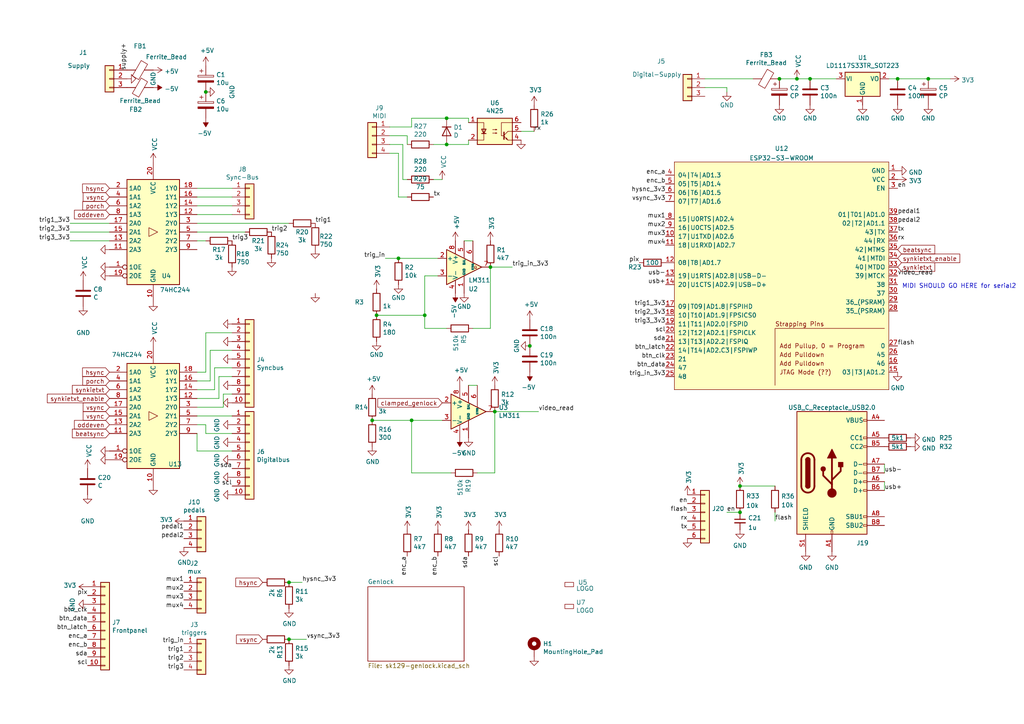
<source format=kicad_sch>
(kicad_sch (version 20211123) (generator eeschema)
  (paper "A4")
  (junction (at 83.82 168.91))
  (junction (at 142.24 77.47))
  (junction (at 119.38 121.92))
  (junction (at 123.19 91.44))
  (junction (at 231.14 22.86))
  (junction (at 129.54 41.91))
  (junction (at 214.63 140.97))
  (junction (at 260.35 22.86))
  (junction (at 269.24 22.86))
  (junction (at 83.82 185.42))
  (junction (at 214.63 148.59))
  (junction (at 109.22 91.44))
  (junction (at 234.95 22.86))
  (junction (at 143.51 119.38))
  (junction (at 153.67 100.33))
  (junction (at 129.54 34.29))
  (junction (at 115.57 74.93))
  (junction (at 107.95 121.92))
  (junction (at 59.69 26.67))
  (junction (at 226.06 22.86))
  (wire (pts (xy 67.31 57.15) (xy 57.15 57.15)))
  (wire (pts (xy 134.62 69.85) (xy 137.16 69.85)))
  (wire (pts (xy 143.51 137.16) (xy 143.51 119.38)))
  (wire (pts (xy 113.03 36.83) (xy 119.38 36.83)))
  (wire (pts (xy 20.32 67.31) (xy 31.75 67.31)))
  (wire (pts (xy 256.54 134.62) (xy 256.54 137.16)))
  (wire (pts (xy 63.5 109.22) (xy 63.5 115.57)))
  (wire (pts (xy 123.19 91.44) (xy 123.19 80.01)))
  (wire (pts (xy 57.15 69.85) (xy 59.69 69.85)))
  (wire (pts (xy 59.69 107.95) (xy 57.15 107.95)))
  (wire (pts (xy 67.31 54.61) (xy 57.15 54.61)))
  (wire (pts (xy 138.43 111.76) (xy 135.89 111.76)))
  (wire (pts (xy 57.15 125.73) (xy 57.15 130.81)))
  (wire (pts (xy 83.82 168.91) (xy 87.63 168.91)))
  (wire (pts (xy 88.9 185.42) (xy 83.82 185.42)))
  (wire (pts (xy 59.69 123.19) (xy 57.15 123.19)))
  (wire (pts (xy 129.54 34.29) (xy 135.89 34.29)))
  (wire (pts (xy 129.54 41.91) (xy 135.89 41.91)))
  (wire (pts (xy 67.31 101.6) (xy 60.96 101.6)))
  (wire (pts (xy 123.19 80.01) (xy 127 80.01)))
  (wire (pts (xy 62.23 106.68) (xy 62.23 113.03)))
  (wire (pts (xy 115.57 74.93) (xy 111.76 74.93)))
  (wire (pts (xy 57.15 120.65) (xy 67.31 120.65)))
  (wire (pts (xy 60.96 101.6) (xy 60.96 110.49)))
  (wire (pts (xy 143.51 119.38) (xy 156.21 119.38)))
  (wire (pts (xy 127 74.93) (xy 115.57 74.93)))
  (wire (pts (xy 57.15 67.31) (xy 71.12 67.31)))
  (wire (pts (xy 119.38 121.92) (xy 107.95 121.92)))
  (wire (pts (xy 135.89 41.91) (xy 135.89 40.64)))
  (wire (pts (xy 137.16 95.25) (xy 142.24 95.25)))
  (wire (pts (xy 67.31 59.69) (xy 57.15 59.69)))
  (wire (pts (xy 113.03 39.37) (xy 118.11 39.37)))
  (wire (pts (xy 118.11 39.37) (xy 118.11 41.91)))
  (wire (pts (xy 214.63 140.97) (xy 224.79 140.97)))
  (wire (pts (xy 116.84 52.07) (xy 118.11 52.07)))
  (wire (pts (xy 63.5 115.57) (xy 57.15 115.57)))
  (wire (pts (xy 57.15 130.81) (xy 67.31 130.81)))
  (wire (pts (xy 210.82 25.4) (xy 210.82 26.67)))
  (wire (pts (xy 204.47 25.4) (xy 210.82 25.4)))
  (wire (pts (xy 142.24 95.25) (xy 142.24 77.47)))
  (wire (pts (xy 275.59 22.86) (xy 269.24 22.86)))
  (wire (pts (xy 115.57 57.15) (xy 115.57 44.45)))
  (wire (pts (xy 125.73 52.07) (xy 128.27 52.07)))
  (wire (pts (xy 204.47 22.86) (xy 218.44 22.86)))
  (wire (pts (xy 234.95 22.86) (xy 231.14 22.86)))
  (wire (pts (xy 119.38 34.29) (xy 129.54 34.29)))
  (wire (pts (xy 135.89 34.29) (xy 135.89 35.56)))
  (wire (pts (xy 67.31 109.22) (xy 63.5 109.22)))
  (wire (pts (xy 242.57 22.86) (xy 234.95 22.86)))
  (wire (pts (xy 59.69 96.52) (xy 59.69 107.95)))
  (wire (pts (xy 138.43 137.16) (xy 143.51 137.16)))
  (wire (pts (xy 256.54 139.7) (xy 256.54 142.24)))
  (wire (pts (xy 64.77 118.11) (xy 57.15 118.11)))
  (wire (pts (xy -375.92 139.7) (xy -375.92 -246.38)))
  (wire (pts (xy 130.81 137.16) (xy 119.38 137.16)))
  (wire (pts (xy 148.59 77.47) (xy 142.24 77.47)))
  (wire (pts (xy 123.19 95.25) (xy 129.54 95.25)))
  (wire (pts (xy 224.79 148.59) (xy 224.79 151.13)))
  (wire (pts (xy 269.24 22.86) (xy 260.35 22.86)))
  (wire (pts (xy 57.15 64.77) (xy 83.82 64.77)))
  (wire (pts (xy 113.03 41.91) (xy 116.84 41.91)))
  (wire (pts (xy 113.03 44.45) (xy 115.57 44.45)))
  (wire (pts (xy 119.38 36.83) (xy 119.38 34.29)))
  (wire (pts (xy 118.11 57.15) (xy 115.57 57.15)))
  (wire (pts (xy 119.38 137.16) (xy 119.38 121.92)))
  (wire (pts (xy 210.82 148.59) (xy 214.63 148.59)))
  (wire (pts (xy 20.32 69.85) (xy 31.75 69.85)))
  (wire (pts (xy 231.14 22.86) (xy 226.06 22.86)))
  (wire (pts (xy 151.13 38.1) (xy 154.94 38.1)))
  (wire (pts (xy 59.69 123.19) (xy 59.69 125.73)))
  (wire (pts (xy 67.31 106.68) (xy 62.23 106.68)))
  (wire (pts (xy 67.31 62.23) (xy 57.15 62.23)))
  (wire (pts (xy 67.31 114.3) (xy 64.77 114.3)))
  (wire (pts (xy 67.31 96.52) (xy 59.69 96.52)))
  (wire (pts (xy 125.73 41.91) (xy 129.54 41.91)))
  (wire (pts (xy 128.27 121.92) (xy 119.38 121.92)))
  (wire (pts (xy 60.96 110.49) (xy 57.15 110.49)))
  (wire (pts (xy 123.19 91.44) (xy 123.19 95.25)))
  (wire (pts (xy -375.92 -246.38) (xy -337.82 -246.38)))
  (wire (pts (xy 116.84 41.91) (xy 116.84 52.07)))
  (wire (pts (xy 64.77 114.3) (xy 64.77 118.11)))
  (wire (pts (xy 59.69 125.73) (xy 67.31 125.73)))
  (wire (pts (xy 260.35 22.86) (xy 257.81 22.86)))
  (wire (pts (xy 20.32 64.77) (xy 31.75 64.77)))
  (wire (pts (xy 62.23 113.03) (xy 57.15 113.03)))
  (wire (pts (xy 109.22 91.44) (xy 123.19 91.44)))
  (text "MIDI SHOULD GO HERE for serial2\n" (at 261.62 83.82 0) (effects (font (size 1.27 1.27)) (justify left bottom)))
  (label "mux3" (at 53.34 173.99 180))
  (label "enc_b" (at 193.04 53.34 180))
  (label "rx" (at 199.39 151.13 180))
  (label "enc_a" (at 118.11 161.29 270))
  (label "sda" (at 67.31 135.89 180))
  (label "trig_in_3v3" (at 148.59 77.47 0))
  (label "mux4" (at 53.34 176.53 180))
  (label "video_read" (at 260.35 80.01 0))
  (label "mux3" (at 193.04 68.58 180))
  (label "mux4" (at 193.04 71.12 180))
  (label "usb-" (at 193.04 80.01 180))
  (label "tx" (at 260.35 67.31 0))
  (label "tx" (at 199.39 153.67 180))
  (label "sda" (at 25.4 190.5 180))
  (label "rx" (at 260.35 69.85 0))
  (label "supply+" (at 36.83 20.32 90))
  (label "btn_data" (at 193.04 106.68 180))
  (label "trig_in_3v3" (at 193.04 109.22 180))
  (label "pedal2" (at 53.34 156.21 180))
  (label "usb+" (at 256.54 142.24 0))
  (label "trig1_3v3" (at 193.04 88.9 180))
  (label "trig1" (at 53.34 189.23 180))
  (label "en" (at 210.82 148.59 0))
  (label "scl" (at 67.31 140.97 180))
  (label "flash" (at 260.35 100.33 0))
  (label "mux2" (at 193.04 66.04 180))
  (label "trig2_3v3" (at 20.32 67.31 180))
  (label "trig_in" (at 53.34 186.69 180))
  (label "sda" (at 135.89 161.29 270))
  (label "usb+" (at 193.04 82.55 180))
  (label "scl" (at 25.4 193.04 180))
  (label "pedal1" (at 260.35 62.23 0))
  (label "btn_clk" (at 25.4 177.8 180))
  (label "vsync_3v3" (at 88.9 185.42 0))
  (label "hysnc_3v3" (at 193.04 55.88 180))
  (label "btn_clk" (at 193.04 104.14 180))
  (label "trig3_3v3" (at 193.04 93.98 180))
  (label "enc_b" (at 127 161.29 270))
  (label "btn_data" (at 25.4 180.34 180))
  (label "pix" (at 185.42 76.2 180))
  (label "trig3" (at 67.31 69.85 0))
  (label "mux1" (at 53.34 168.91 180))
  (label "trig2" (at 78.74 67.31 0))
  (label "flash" (at 199.39 148.59 180))
  (label "pedal2" (at 260.35 64.77 0))
  (label "mux1" (at 193.04 63.5 180))
  (label "vsync_3v3" (at 193.04 58.42 180))
  (label "enc_a" (at 193.04 50.8 180))
  (label "pix" (at 25.4 172.72 180))
  (label "trig1_3v3" (at 20.32 64.77 180))
  (label "video_read" (at 156.21 119.38 0))
  (label "enc_b" (at 25.4 187.96 180))
  (label "tx" (at 125.73 57.15 0))
  (label "trig1" (at 91.44 64.77 0))
  (label "flash" (at 224.79 151.13 0))
  (label "trig3_3v3" (at 20.32 69.85 180))
  (label "btn_latch" (at 193.04 101.6 180))
  (label "sda" (at 193.04 99.06 180))
  (label "pedal1" (at 53.34 153.67 180))
  (label "hysnc_3v3" (at 87.63 168.91 0))
  (label "btn_latch" (at 25.4 182.88 180))
  (label "mux2" (at 53.34 171.45 180))
  (label "trig_in" (at 111.76 74.93 180))
  (label "rx" (at 154.94 38.1 0))
  (label "trig2" (at 53.34 191.77 180))
  (label "trig2_3v3" (at 193.04 91.44 180))
  (label "en" (at 260.35 54.61 0))
  (label "en" (at 199.39 146.05 180))
  (label "scl" (at 144.78 161.29 270))
  (label "usb-" (at 256.54 137.16 0))
  (label "scl" (at 193.04 96.52 180))
  (label "trig3" (at 53.34 194.31 180))
  (label "enc_a" (at 25.4 185.42 180))
  (global_label "vsync" (shape input) (at 76.2 185.42 180) (property "Intersheet References" "${INTERSHEET_REFS}" (effects hide)))
  (global_label "synkietxt" (shape input) (at 31.75 113.03 180) (property "Intersheet References" "${INTERSHEET_REFS}" (effects hide)))
  (global_label "porch" (shape input) (at 31.75 110.49 180) (property "Intersheet References" "${INTERSHEET_REFS}" (effects hide)))
  (global_label "oddeven" (shape input) (at 31.75 62.23 180) (property "Intersheet References" "${INTERSHEET_REFS}" (effects hide)))
  (global_label "hsync" (shape input) (at 31.75 107.95 180) (property "Intersheet References" "${INTERSHEET_REFS}" (effects hide)))
  (global_label "oddeven" (shape input) (at 31.75 123.19 180) (property "Intersheet References" "${INTERSHEET_REFS}" (effects hide)))
  (global_label "synkietxt_enable" (shape input) (at 31.75 115.57 180) (property "Intersheet References" "${INTERSHEET_REFS}" (effects hide)))
  (global_label "hsync" (shape input) (at 31.75 54.61 180) (property "Intersheet References" "${INTERSHEET_REFS}" (effects hide)))
  (global_label "synkietxt" (shape input) (at 260.35 77.47 0) (property "Intersheet References" "${INTERSHEET_REFS}" (effects hide)))
  (global_label "beatsync" (shape input) (at 31.75 125.73 180) (property "Intersheet References" "${INTERSHEET_REFS}" (effects hide)))
  (global_label "beatsync" (shape input) (at 260.35 72.39 0) (property "Intersheet References" "${INTERSHEET_REFS}" (effects hide)))
  (global_label "vsync" (shape input) (at 31.75 118.11 180) (property "Intersheet References" "${INTERSHEET_REFS}" (effects hide)))
  (global_label "hsync" (shape input) (at 76.2 168.91 180) (property "Intersheet References" "${INTERSHEET_REFS}" (effects hide)))
  (global_label "porch" (shape input) (at 31.75 59.69 180) (property "Intersheet References" "${INTERSHEET_REFS}" (effects hide)))
  (global_label "clamped_genlock" (shape input) (at 128.27 116.84 180) (property "Intersheet References" "${INTERSHEET_REFS}" (effects hide)))
  (global_label "synkietxt_enable" (shape input) (at 260.35 74.93 0) (property "Intersheet References" "${INTERSHEET_REFS}" (effects hide)))
  (global_label "vsync" (shape input) (at 31.75 120.65 180) (property "Intersheet References" "${INTERSHEET_REFS}" (effects hide)))
  (global_label "vsync" (shape input) (at 31.75 57.15 180) (property "Intersheet References" "${INTERSHEET_REFS}" (effects hide)))
  (symbol (lib_id "Mechanical:MountingHole_Pad") (at 154.94 187.96 0) (unit 1)
    (property "Reference" "H1" (at 157.48 186.7154 0) (effects (justify left)))
    (property "Value" "MountingHole_Pad" (at 157.48 189.0268 0) (effects (justify left)))
    (property "Footprint" "MountingHole:MountingHole_2.7mm_M2.5_ISO7380_Pad" (effects hide))
  )
  (symbol (lib_id "synkie_symbols:GND") (at 154.94 190.5 0) (unit 1)
    (property "Reference" "#PWR054" (effects hide))
    (property "Value" "GND" (effects hide))
  )
  (symbol (lib_id "Connector_Generic:Conn_01x04") (at 72.39 57.15 0) (unit 1)
    (property "Reference" "J8" (at 70.3072 49.0982 0))
    (property "Value" "Sync-Bus" (at 70.3072 51.4096 0))
    (property "Footprint" "synkie_footprints:Molex_KK-254_AE-6410-04A_1x04_P2.54mm_Vertical" (effects hide))
  )
  (symbol (lib_id "Connector_Generic:Conn_01x10") (at 72.39 130.81 0) (unit 1)
    (property "Reference" "J6" (at 74.422 131.0132 0) (effects (justify left)))
    (property "Value" "Digitalbus" (at 74.422 133.3246 0) (effects (justify left)))
    (property "Footprint" "synkie_footprints:IDC-Header_2x05_P2.54mm_Vertical" (effects hide))
  )
  (symbol (lib_id "power:GND") (at 67.31 123.19 270) (unit 1)
    (property "Reference" "#PWR038" (effects hide))
    (property "Value" "GND" (at 62.9158 123.317 0))
  )
  (symbol (lib_id "power:GND") (at 67.31 128.27 270) (unit 1)
    (property "Reference" "#PWR040" (effects hide))
    (property "Value" "GND" (at 62.9158 128.397 0))
  )
  (symbol (lib_id "power:GND") (at 67.31 133.35 270) (unit 1)
    (property "Reference" "#PWR041" (effects hide))
    (property "Value" "GND" (at 62.9158 133.477 0))
  )
  (symbol (lib_id "power:GND") (at 67.31 138.43 270) (unit 1)
    (property "Reference" "#PWR042" (effects hide))
    (property "Value" "GND" (at 62.9158 138.557 0))
  )
  (symbol (lib_id "power:GND") (at 67.31 143.51 270) (unit 1)
    (property "Reference" "#PWR046" (effects hide))
    (property "Value" "GND" (at 62.9158 143.637 0))
  )
  (symbol (lib_id "Connector_Generic:Conn_01x03") (at 31.75 22.86 0) (mirror y) (unit 1)
    (property "Reference" "J1" (at 24.13 15.24 0))
    (property "Value" "Supply" (at 22.86 19.05 0))
    (property "Footprint" "synkie_footprints:Molex_KK-254_AE-6410-03A_1x03_P2.54mm_Vertical" (effects hide))
  )
  (symbol (lib_id "Device:Ferrite_Bead") (at 40.64 20.32 90) (unit 1)
    (property "Reference" "FB1" (at 40.64 13.3604 90))
    (property "Value" "Ferrite_Bead" (at 48.26 16.51 90))
    (property "Footprint" "synkie_footprints:L_0805_2012Metric_Pad1.15x1.40mm_HandSolder" (effects hide))
  )
  (symbol (lib_id "Device:Ferrite_Bead") (at 40.64 25.4 90) (unit 1)
    (property "Reference" "FB2" (at 39.37 31.75 90))
    (property "Value" "Ferrite_Bead" (at 40.64 29.21 90))
    (property "Footprint" "synkie_footprints:L_0805_2012Metric_Pad1.15x1.40mm_HandSolder" (effects hide))
  )
  (symbol (lib_id "power:GND") (at 36.83 22.86 90) (unit 1)
    (property "Reference" "#PWR03" (effects hide))
    (property "Value" "GND" (at 44.45 22.86 0))
  )
  (symbol (lib_id "power:+5V") (at 44.45 20.32 270) (unit 1)
    (property "Reference" "#PWR01" (effects hide))
    (property "Value" "+5V" (at 47.7012 20.701 90) (effects (justify left)))
  )
  (symbol (lib_id "power:-5V") (at 44.45 25.4 270) (unit 1)
    (property "Reference" "#PWR06" (effects hide))
    (property "Value" "-5V" (at 47.7012 25.781 90) (effects (justify left)))
  )
  (symbol (lib_id "power:VCC") (at 231.14 22.86 0) (unit 1)
    (property "Reference" "#PWR07" (effects hide))
    (property "Value" "VCC" (at 231.5718 19.6088 90) (effects (justify left)))
  )
  (symbol (lib_id "Device:CP") (at 59.69 22.86 0) (unit 1)
    (property "Reference" "C1" (at 62.6872 21.6916 0) (effects (justify left)))
    (property "Value" "10u" (at 62.6872 24.003 0) (effects (justify left)))
    (property "Footprint" "synkie_footprints:CP_EIA-3528-21_Kemet-B_Pad1.50x2.35mm_HandSolder" (effects hide))
  )
  (symbol (lib_id "Device:CP") (at 59.69 30.48 0) (unit 1)
    (property "Reference" "C6" (at 62.6872 29.3116 0) (effects (justify left)))
    (property "Value" "10u" (at 62.6872 31.623 0) (effects (justify left)))
    (property "Footprint" "synkie_footprints:CP_EIA-3528-21_Kemet-B_Pad1.50x2.35mm_HandSolder" (effects hide))
  )
  (symbol (lib_id "power:+5V") (at 59.69 19.05 0) (unit 1)
    (property "Reference" "#PWR02" (effects hide))
    (property "Value" "+5V" (at 60.071 14.6558 0))
  )
  (symbol (lib_id "power:-5V") (at 59.69 34.29 180) (unit 1)
    (property "Reference" "#PWR016" (effects hide))
    (property "Value" "-5V" (at 59.309 38.6842 0))
  )
  (symbol (lib_id "power:GND") (at 59.69 26.67 90) (unit 1)
    (property "Reference" "#PWR09" (effects hide))
    (property "Value" "GND" (at 67.31 26.67 0))
  )
  (symbol (lib_id "Device:R") (at 63.5 69.85 90) (mirror x) (unit 1)
    (property "Reference" "R17" (at 63.5 72.39 90))
    (property "Value" "3k" (at 63.5 74.7014 90))
    (property "Footprint" "synkie_footprints:R_0805_2012Metric_Pad1.15x1.40mm_HandSolder" (effects hide))
  )
  (symbol (lib_id "Device:R") (at 67.31 73.66 0) (mirror y) (unit 1)
    (property "Reference" "R18" (at 72.39 73.66 0) (effects (justify left)))
    (property "Value" "750" (at 72.39 75.9714 0) (effects (justify left)))
    (property "Footprint" "synkie_footprints:R_0805_2012Metric_Pad1.15x1.40mm_HandSolder" (effects hide))
  )
  (symbol (lib_id "power:GND") (at 67.31 77.47 0) (mirror y) (unit 1)
    (property "Reference" "#PWR039" (effects hide))
    (property "Value" "GND" (effects hide))
  )
  (symbol (lib_id "Device:R") (at 121.92 52.07 270) (unit 1)
    (property "Reference" "R28" (at 121.92 46.8122 90))
    (property "Value" "220" (at 121.92 49.1236 90))
    (property "Footprint" "synkie_footprints:R_0805_2012Metric_Pad1.15x1.40mm_HandSolder" (effects hide))
  )
  (symbol (lib_id "Device:R") (at 121.92 57.15 270) (unit 1)
    (property "Reference" "R29" (at 121.92 51.8922 90))
    (property "Value" "75" (at 121.92 54.2036 90))
    (property "Footprint" "synkie_footprints:R_0805_2012Metric_Pad1.15x1.40mm_HandSolder" (effects hide))
  )
  (symbol (lib_id "Device:D") (at 129.54 38.1 270) (unit 1)
    (property "Reference" "D1" (at 131.5466 36.9316 90) (effects (justify left)))
    (property "Value" "D" (at 131.5466 39.243 90) (effects (justify left)))
    (property "Footprint" "Diode_SMD:D_MiniMELF" (effects hide))
  )
  (symbol (lib_id "Device:R") (at 121.92 41.91 270) (unit 1)
    (property "Reference" "R27" (at 121.92 36.6522 90))
    (property "Value" "220" (at 121.92 38.9636 90))
    (property "Footprint" "synkie_footprints:R_0805_2012Metric_Pad1.15x1.40mm_HandSolder" (effects hide))
  )
  (symbol (lib_id "Isolator:4N25") (at 143.51 38.1 0) (unit 1)
    (property "Reference" "U6" (at 143.51 29.845 0))
    (property "Value" "4N25" (at 143.51 32.1564 0))
    (property "Footprint" "Package_DIP:DIP-6_W8.89mm_SMDSocket_LongPads" (effects hide))
    (property "Datasheet" "https://www.vishay.com/docs/83725/4n25.pdf" (effects hide))
  )
  (symbol (lib_id "Device:R") (at 154.94 34.29 180) (unit 1)
    (property "Reference" "R26" (at 156.718 33.1216 0) (effects (justify right)))
    (property "Value" "1k" (at 156.718 35.433 0) (effects (justify right)))
    (property "Footprint" "synkie_footprints:R_0805_2012Metric_Pad1.15x1.40mm_HandSolder" (effects hide))
  )
  (symbol (lib_id "tinkerforge:3V3") (at 154.94 30.48 0) (unit 1)
    (property "Reference" "#PWR051" (effects hide))
    (property "Value" "3V3" (at 155.321 26.0858 0))
  )
  (symbol (lib_id "power:GND") (at 151.13 40.64 0) (unit 1)
    (property "Reference" "#PWR052" (effects hide))
    (property "Value" "GND" (effects hide))
  )
  (symbol (lib_id "Connector_Generic:Conn_01x10") (at 30.48 180.34 0) (unit 1)
    (property "Reference" "J7" (at 32.512 180.5432 0) (effects (justify left)))
    (property "Value" "Frontpanel" (at 32.512 182.8546 0) (effects (justify left)))
    (property "Footprint" "synkie_footprints:IDC-Header_2x05_P2.54mm_Vertical" (effects hide))
  )
  (symbol (lib_id "tinkerforge:3V3") (at 275.59 22.86 270) (unit 1)
    (property "Reference" "#PWR08" (effects hide))
    (property "Value" "3V3" (at 278.8412 23.241 90) (effects (justify left)))
  )
  (symbol (lib_id "tinkerforge:3V3") (at 25.4 170.18 90) (unit 1)
    (property "Reference" "#PWR047" (effects hide))
    (property "Value" "3V3" (at 22.1488 169.799 90) (effects (justify left)))
  )
  (symbol (lib_id "power:GND") (at 25.4 175.26 270) (unit 1)
    (property "Reference" "#PWR049" (effects hide))
    (property "Value" "GND" (at 21.0058 175.387 0))
  )
  (symbol (lib_id "Device:R") (at 135.89 157.48 0) (unit 1)
    (property "Reference" "R9" (at 137.668 156.3116 0) (effects (justify left)))
    (property "Value" "4k7" (at 137.668 158.623 0) (effects (justify left)))
    (property "Footprint" "synkie_footprints:R_0805_2012Metric_Pad1.15x1.40mm_HandSolder" (effects hide))
  )
  (symbol (lib_id "tinkerforge:3V3") (at 135.89 153.67 0) (unit 1)
    (property "Reference" "#PWR022" (effects hide))
    (property "Value" "3V3" (at 136.271 149.2758 0))
  )
  (symbol (lib_id "Device:R") (at 144.78 157.48 0) (unit 1)
    (property "Reference" "R10" (at 146.558 156.3116 0) (effects (justify left)))
    (property "Value" "4k7" (at 146.558 158.623 0) (effects (justify left)))
    (property "Footprint" "synkie_footprints:R_0805_2012Metric_Pad1.15x1.40mm_HandSolder" (effects hide))
  )
  (symbol (lib_id "tinkerforge:3V3") (at 144.78 153.67 0) (unit 1)
    (property "Reference" "#PWR023" (effects hide))
    (property "Value" "3V3" (at 145.161 149.2758 0))
  )
  (symbol (lib_id "Device:R") (at 189.23 76.2 270) (unit 1)
    (property "Reference" "R23" (at 184.15 77.47 90))
    (property "Value" "100" (at 189.23 76.2 90))
    (property "Footprint" "synkie_footprints:R_0805_2012Metric_Pad1.15x1.40mm_HandSolder" (effects hide))
  )
  (symbol (lib_id "Anyma_Library:LOGO") (at 165.1 171.45 0) (unit 1)
    (property "Reference" "U5" (at 167.64 168.91 0) (effects (justify left)))
    (property "Value" "LOGO" (at 167.0812 170.688 0) (effects (justify left)))
    (property "Footprint" "anyma_footprints:logo_anyma" (effects hide))
  )
  (symbol (lib_id "Anyma_Library:LOGO") (at 165.1 177.8 0) (unit 1)
    (property "Reference" "U7" (at 167.0812 174.7266 0) (effects (justify left)))
    (property "Value" "LOGO" (at 167.0812 177.038 0) (effects (justify left)))
    (property "Footprint" "Symbol:OSHW-Logo2_7.3x6mm_SilkScreen" (effects hide))
  )
  (symbol (lib_id "Device:R") (at 80.01 185.42 270) (unit 1)
    (property "Reference" "R13" (at 81.1784 187.198 0) (effects (justify left)))
    (property "Value" "2k" (at 78.867 187.198 0) (effects (justify left)))
    (property "Footprint" "synkie_footprints:R_0805_2012Metric_Pad1.15x1.40mm_HandSolder" (effects hide))
  )
  (symbol (lib_id "Device:R") (at 83.82 189.23 0) (unit 1)
    (property "Reference" "R15" (at 85.598 188.0616 0) (effects (justify left)))
    (property "Value" "3k" (at 85.598 190.373 0) (effects (justify left)))
    (property "Footprint" "synkie_footprints:R_0805_2012Metric_Pad1.15x1.40mm_HandSolder" (effects hide))
  )
  (symbol (lib_id "power:GND") (at 91.44 85.09 0) (unit 1)
    (property "Reference" "#PWR032" (effects hide))
    (property "Value" "GND" (effects hide))
  )
  (symbol (lib_id "Regulator_Linear:LD1117S33TR_SOT223") (at 250.19 22.86 0) (unit 1)
    (property "Reference" "U1" (at 250.19 16.7132 0))
    (property "Value" "LD1117S33TR_SOT223" (at 250.19 19.0246 0))
    (property "Footprint" "Package_TO_SOT_SMD:SOT-223-3_TabPin2" (effects hide))
    (property "Datasheet" "http://www.st.com/st-web-ui/static/active/en/resource/technical/document/datasheet/CD00000544.pdf" (effects hide))
  )
  (symbol (lib_id "Device:Ferrite_Bead") (at 222.25 22.86 90) (unit 1)
    (property "Reference" "FB3" (at 222.25 15.9004 90))
    (property "Value" "Ferrite_Bead" (at 222.25 18.2118 90))
    (property "Footprint" "synkie_footprints:L_0805_2012Metric_Pad1.15x1.40mm_HandSolder" (effects hide))
  )
  (symbol (lib_id "Device:CP") (at 226.06 26.67 0) (unit 1)
    (property "Reference" "C2" (at 229.0572 25.5016 0) (effects (justify left)))
    (property "Value" "CP" (at 229.0572 27.813 0) (effects (justify left)))
    (property "Footprint" "synkie_footprints:CP_EIA-3528-21_Kemet-B_Pad1.50x2.35mm_HandSolder" (effects hide))
  )
  (symbol (lib_id "power:GND") (at 226.06 30.48 0) (unit 1)
    (property "Reference" "#PWR010" (effects hide))
    (property "Value" "GND" (at 226.06 34.29 0))
  )
  (symbol (lib_id "Device:C") (at 234.95 26.67 0) (unit 1)
    (property "Reference" "C3" (at 237.871 25.5016 0) (effects (justify left)))
    (property "Value" "100n" (at 237.871 27.813 0) (effects (justify left)))
    (property "Footprint" "synkie_footprints:C_0603_1608Metric_Pad1.05x0.95mm_HandSolder" (effects hide))
  )
  (symbol (lib_id "power:GND") (at 234.95 30.48 0) (unit 1)
    (property "Reference" "#PWR011" (effects hide))
    (property "Value" "GND" (at 234.95 34.29 0))
  )
  (symbol (lib_id "power:GND") (at 250.19 30.48 0) (unit 1)
    (property "Reference" "#PWR012" (effects hide))
    (property "Value" "GND" (at 250.19 34.29 0))
  )
  (symbol (lib_id "Device:C") (at 260.35 26.67 0) (unit 1)
    (property "Reference" "C4" (at 263.271 25.5016 0) (effects (justify left)))
    (property "Value" "100n" (at 263.271 27.813 0) (effects (justify left)))
    (property "Footprint" "synkie_footprints:C_0603_1608Metric_Pad1.05x0.95mm_HandSolder" (effects hide))
  )
  (symbol (lib_id "Device:CP") (at 269.24 26.67 0) (unit 1)
    (property "Reference" "C5" (at 272.2372 25.5016 0) (effects (justify left)))
    (property "Value" "CP" (at 272.2372 27.813 0) (effects (justify left)))
    (property "Footprint" "synkie_footprints:CP_EIA-3528-21_Kemet-B_Pad1.50x2.35mm_HandSolder" (effects hide))
  )
  (symbol (lib_id "power:GND") (at 260.35 30.48 0) (unit 1)
    (property "Reference" "#PWR013" (effects hide))
    (property "Value" "GND" (at 260.35 34.29 0))
  )
  (symbol (lib_id "power:GND") (at 269.24 30.48 0) (unit 1)
    (property "Reference" "#PWR014" (effects hide))
    (property "Value" "GND" (at 269.24 34.29 0))
  )
  (symbol (lib_id "Device:R") (at 80.01 168.91 270) (unit 1)
    (property "Reference" "R6" (at 81.1784 170.688 0) (effects (justify left)))
    (property "Value" "2k" (at 78.867 170.688 0) (effects (justify left)))
    (property "Footprint" "synkie_footprints:R_0805_2012Metric_Pad1.15x1.40mm_HandSolder" (effects hide))
  )
  (symbol (lib_id "Device:R") (at 83.82 172.72 0) (unit 1)
    (property "Reference" "R11" (at 85.598 171.5516 0) (effects (justify left)))
    (property "Value" "3k" (at 85.598 173.863 0) (effects (justify left)))
    (property "Footprint" "synkie_footprints:R_0805_2012Metric_Pad1.15x1.40mm_HandSolder" (effects hide))
  )
  (symbol (lib_id "power:GND") (at 83.82 176.53 0) (unit 1)
    (property "Reference" "#PWR025" (effects hide))
    (property "Value" "GND" (at 83.947 180.9242 0))
  )
  (symbol (lib_id "synkie_symbols:LM311") (at 135.89 119.38 0) (unit 1)
    (property "Reference" "U3" (at 144.6276 118.2116 0) (effects (justify left)))
    (property "Value" "LM311" (at 144.6276 120.523 0) (effects (justify left)))
    (property "Footprint" "synkie_footprints:SOIC-8_3.9x4.9mm_P1.27mm" (effects hide))
    (property "Datasheet" "https://www.st.com/resource/en/datasheet/lm311.pdf" (effects hide))
  )
  (symbol (lib_id "power:-5V") (at 133.35 127 180) (unit 1)
    (property "Reference" "#PWR033" (effects hide))
    (property "Value" "-5V" (at 132.969 131.3942 0))
  )
  (symbol (lib_id "power:GND") (at 135.89 127 0) (unit 1)
    (property "Reference" "#PWR034" (effects hide))
    (property "Value" "GND" (at 136.017 131.3942 0))
  )
  (symbol (lib_id "synkie_symbols:+5V") (at 133.35 111.76 0) (unit 1)
    (property "Reference" "#PWR027" (effects hide))
    (property "Value" "+5V" (at 133.731 107.3658 0))
  )
  (symbol (lib_id "Device:R") (at 143.51 115.57 0) (unit 1)
    (property "Reference" "R12" (at 145.288 114.4016 0) (effects (justify left)))
    (property "Value" "3k" (at 145.288 116.713 0) (effects (justify left)))
    (property "Footprint" "synkie_footprints:R_0805_2012Metric_Pad1.15x1.40mm_HandSolder" (effects hide))
  )
  (symbol (lib_id "Device:R") (at 107.95 118.11 0) (unit 1)
    (property "Reference" "R14" (at 102.87 118.11 0) (effects (justify left)))
    (property "Value" "3k" (at 109.728 119.253 0) (effects (justify left)))
    (property "Footprint" "synkie_footprints:R_0805_2012Metric_Pad1.15x1.40mm_HandSolder" (effects hide))
  )
  (symbol (lib_id "synkie_symbols:+5V") (at 107.95 114.3 0) (unit 1)
    (property "Reference" "#PWR029" (effects hide))
    (property "Value" "+5V" (at 108.331 109.9058 0))
  )
  (symbol (lib_id "Device:R") (at 107.95 125.73 0) (unit 1)
    (property "Reference" "R16" (at 109.728 124.5616 0) (effects (justify left)))
    (property "Value" "300" (at 109.728 126.873 0) (effects (justify left)))
    (property "Footprint" "synkie_footprints:R_0805_2012Metric_Pad1.15x1.40mm_HandSolder" (effects hide))
  )
  (symbol (lib_id "power:GND") (at 107.95 129.54 0) (unit 1)
    (property "Reference" "#PWR036" (effects hide))
    (property "Value" "GND" (at 108.077 133.9342 0))
  )
  (symbol (lib_id "Device:R") (at 134.62 137.16 270) (unit 1)
    (property "Reference" "R19" (at 135.7884 138.938 0) (effects (justify left)))
    (property "Value" "510k" (at 133.477 138.938 0) (effects (justify left)))
    (property "Footprint" "synkie_footprints:R_0805_2012Metric_Pad1.15x1.40mm_HandSolder" (effects hide))
  )
  (symbol (lib_id "Connector_Generic:Conn_01x04") (at 58.42 189.23 0) (unit 1)
    (property "Reference" "J3" (at 56.3372 181.1782 0))
    (property "Value" "triggers" (at 56.3372 183.4896 0))
    (property "Footprint" "synkie_footprints:Molex_KK-254_AE-6410-04A_1x04_P2.54mm_Vertical" (effects hide))
  )
  (symbol (lib_id "Comparator:LM311") (at 134.62 77.47 0) (unit 1)
    (property "Reference" "U2" (at 135.89 83.82 0) (effects (justify left)))
    (property "Value" "LM311" (at 135.89 81.28 0) (effects (justify left)))
    (property "Footprint" "synkie_footprints:SOIC-8_3.9x4.9mm_P1.27mm" (effects hide))
    (property "Datasheet" "http://www.ti.com/lit/ds/symlink/lm311.pdf" (effects hide))
  )
  (symbol (lib_id "power:+5V") (at 132.08 69.85 0) (unit 1)
    (property "Reference" "#PWR04" (effects hide))
    (property "Value" "+5V" (at 132.461 66.5988 90) (effects (justify left)))
  )
  (symbol (lib_id "power:-5V") (at 132.08 85.09 180) (unit 1)
    (property "Reference" "#PWR018" (effects hide))
    (property "Value" "-5V" (at 131.699 88.3412 90) (effects (justify left)))
  )
  (symbol (lib_id "Device:R") (at 142.24 73.66 0) (unit 1)
    (property "Reference" "R1" (at 144.018 72.4916 0) (effects (justify left)))
    (property "Value" "4k7" (at 144.018 74.803 0) (effects (justify left)))
    (property "Footprint" "synkie_footprints:R_0805_2012Metric_Pad1.15x1.40mm_HandSolder" (effects hide))
  )
  (symbol (lib_id "tinkerforge:3V3") (at 142.24 69.85 0) (unit 1)
    (property "Reference" "#PWR05" (effects hide))
    (property "Value" "3V3" (at 142.621 66.5988 90) (effects (justify left)))
  )
  (symbol (lib_id "Device:R") (at 115.57 78.74 0) (unit 1)
    (property "Reference" "R2" (at 117.348 77.5716 0) (effects (justify left)))
    (property "Value" "10k" (at 117.348 79.883 0) (effects (justify left)))
    (property "Footprint" "synkie_footprints:R_0805_2012Metric_Pad1.15x1.40mm_HandSolder" (effects hide))
  )
  (symbol (lib_id "tinkerforge:3V3") (at 109.22 83.82 0) (unit 1)
    (property "Reference" "#PWR017" (effects hide))
    (property "Value" "3V3" (at 109.601 80.5688 90) (effects (justify left)))
  )
  (symbol (lib_id "Device:R") (at 109.22 87.63 0) (unit 1)
    (property "Reference" "R3" (at 102.87 87.63 0) (effects (justify left)))
    (property "Value" "1k" (at 110.998 88.773 0) (effects (justify left)))
    (property "Footprint" "synkie_footprints:R_0805_2012Metric_Pad1.15x1.40mm_HandSolder" (effects hide))
  )
  (symbol (lib_id "Device:R") (at 109.22 95.25 0) (unit 1)
    (property "Reference" "R4" (at 110.998 94.0816 0) (effects (justify left)))
    (property "Value" "180" (at 110.998 96.393 0) (effects (justify left)))
    (property "Footprint" "synkie_footprints:R_0805_2012Metric_Pad1.15x1.40mm_HandSolder" (effects hide))
  )
  (symbol (lib_id "power:GND") (at 115.57 82.55 0) (unit 1)
    (property "Reference" "#PWR015" (effects hide))
    (property "Value" "GND" (at 115.57 86.36 0))
  )
  (symbol (lib_id "power:GND") (at 134.62 85.09 0) (unit 1)
    (property "Reference" "#PWR019" (effects hide))
    (property "Value" "GND" (at 134.62 88.9 0))
  )
  (symbol (lib_id "power:GND") (at 109.22 99.06 0) (unit 1)
    (property "Reference" "#PWR024" (effects hide))
    (property "Value" "GND" (at 109.22 102.87 0))
  )
  (symbol (lib_id "Device:R") (at 133.35 95.25 270) (unit 1)
    (property "Reference" "R5" (at 134.5184 97.028 0) (effects (justify left)))
    (property "Value" "510k" (at 132.207 97.028 0) (effects (justify left)))
    (property "Footprint" "synkie_footprints:R_0805_2012Metric_Pad1.15x1.40mm_HandSolder" (effects hide))
  )
  (symbol (lib_id "Connector_Generic:Conn_01x04") (at 58.42 171.45 0) (unit 1)
    (property "Reference" "J2" (at 56.3372 163.3982 0))
    (property "Value" "mux" (at 56.3372 165.7096 0))
    (property "Footprint" "synkie_footprints:Molex_KK-254_AE-6410-04A_1x04_P2.54mm_Vertical" (effects hide))
  )
  (symbol (lib_id "Device:R") (at 118.11 157.48 0) (unit 1)
    (property "Reference" "R7" (at 119.888 156.3116 0) (effects (justify left)))
    (property "Value" "4k7" (at 119.888 158.623 0) (effects (justify left)))
    (property "Footprint" "synkie_footprints:R_0805_2012Metric_Pad1.15x1.40mm_HandSolder" (effects hide))
  )
  (symbol (lib_id "Device:R") (at 127 157.48 0) (unit 1)
    (property "Reference" "R8" (at 128.778 156.3116 0) (effects (justify left)))
    (property "Value" "4k7" (at 128.778 158.623 0) (effects (justify left)))
    (property "Footprint" "synkie_footprints:R_0805_2012Metric_Pad1.15x1.40mm_HandSolder" (effects hide))
  )
  (symbol (lib_id "tinkerforge:3V3") (at 118.11 153.67 0) (unit 1)
    (property "Reference" "#PWR020" (effects hide))
    (property "Value" "3V3" (at 118.491 150.4188 90) (effects (justify left)))
  )
  (symbol (lib_id "tinkerforge:3V3") (at 127 153.67 0) (unit 1)
    (property "Reference" "#PWR021" (effects hide))
    (property "Value" "3V3" (at 127.381 150.4188 90) (effects (justify left)))
  )
  (symbol (lib_id "synkie_symbols:+5V") (at 153.67 92.71 0) (unit 1)
    (property "Reference" "#PWR0101" (effects hide))
    (property "Value" "+5V" (at 154.051 88.3158 0))
  )
  (symbol (lib_id "power:-5V") (at 153.67 107.95 180) (unit 1)
    (property "Reference" "#PWR0102" (effects hide))
    (property "Value" "-5V" (at 153.289 112.3442 0))
  )
  (symbol (lib_id "Device:C") (at 153.67 96.52 0) (unit 1)
    (property "Reference" "C18" (at 156.591 95.3516 0) (effects (justify left)))
    (property "Value" "100n" (at 156.591 97.663 0) (effects (justify left)))
    (property "Footprint" "synkie_footprints:C_0603_1608Metric_Pad1.05x0.95mm_HandSolder" (effects hide))
  )
  (symbol (lib_id "power:GND") (at 153.67 100.33 270) (unit 1)
    (property "Reference" "#PWR0103" (effects hide))
    (property "Value" "GND" (at 149.86 100.33 0))
  )
  (symbol (lib_id "Device:C") (at 153.67 104.14 0) (unit 1)
    (property "Reference" "C19" (at 156.591 102.9716 0) (effects (justify left)))
    (property "Value" "100n" (at 156.591 105.283 0) (effects (justify left)))
    (property "Footprint" "synkie_footprints:C_0603_1608Metric_Pad1.05x0.95mm_HandSolder" (effects hide))
  )
  (symbol (lib_id "tinkerforge:3V3") (at 143.51 111.76 0) (unit 1)
    (property "Reference" "#PWR0104" (effects hide))
    (property "Value" "3V3" (at 143.891 108.5088 90) (effects (justify left)))
  )
  (symbol (lib_id "Connector_Generic:Conn_01x10") (at 72.39 104.14 0) (unit 1)
    (property "Reference" "J4" (at 74.422 104.3432 0) (effects (justify left)))
    (property "Value" "Syncbus" (at 74.422 106.6546 0) (effects (justify left)))
    (property "Footprint" "synkie_footprints:IDC-Header_2x05_P2.54mm_Vertical" (effects hide))
  )
  (symbol (lib_id "power:GND") (at 67.31 93.98 270) (unit 1)
    (property "Reference" "#PWR026" (effects hide))
    (property "Value" "GND" (effects hide))
  )
  (symbol (lib_id "power:GND") (at 67.31 99.06 270) (unit 1)
    (property "Reference" "#PWR030" (effects hide))
    (property "Value" "GND" (effects hide))
  )
  (symbol (lib_id "power:GND") (at 67.31 104.14 270) (unit 1)
    (property "Reference" "#PWR031" (effects hide))
    (property "Value" "GND" (effects hide))
  )
  (symbol (lib_id "power:GND") (at 67.31 111.76 270) (unit 1)
    (property "Reference" "#PWR035" (effects hide))
    (property "Value" "GND" (effects hide))
  )
  (symbol (lib_id "power:GND") (at 67.31 116.84 270) (unit 1)
    (property "Reference" "#PWR037" (effects hide))
    (property "Value" "GND" (effects hide))
  )
  (symbol (lib_id "power:GND") (at 264.16 127 90) (unit 1)
    (property "Reference" "#PWR0109" (effects hide))
    (property "Value" "GND" (at 267.335 127.479 90) (effects (justify right)))
  )
  (symbol (lib_id "power:GND") (at 31.75 80.01 270) (unit 1)
    (property "Reference" "#PWR0119" (effects hide))
    (property "Value" "GND" (effects hide))
  )
  (symbol (lib_id "0_aaaaa_yeah:R") (at 260.35 127 90) (unit 1)
    (property "Reference" "R25" (at 274.32 127 90))
    (property "Value" "5k1" (at 260.35 127 90))
    (property "Footprint" "synkie_footprints:R_0805_2012Metric_Pad1.15x1.40mm_HandSolder" (effects hide))
  )
  (symbol (lib_id "Device:R") (at 91.44 68.58 0) (mirror y) (unit 1)
    (property "Reference" "R22" (at 96.52 68.58 0) (effects (justify left)))
    (property "Value" "750" (at 96.52 70.8914 0) (effects (justify left)))
    (property "Footprint" "synkie_footprints:R_0805_2012Metric_Pad1.15x1.40mm_HandSolder" (effects hide))
  )
  (symbol (lib_id "74xx:74HC244") (at 44.45 120.65 0) (unit 1)
    (property "Reference" "U13" (at 50.8 134.62 0))
    (property "Value" "74HC244" (at 36.83 102.87 0))
    (property "Footprint" "Package_SO:SO-20_12.8x7.5mm_P1.27mm" (effects hide))
    (property "Datasheet" "https://assets.nexperia.com/documents/data-sheet/74HC_HCT244.pdf" (effects hide))
  )
  (symbol (lib_id "power:VCC") (at 44.45 46.99 0) (unit 1)
    (property "Reference" "#PWR0118" (effects hide))
    (property "Value" "VCC" (at 44.8818 43.7388 90) (effects (justify left)))
  )
  (symbol (lib_id "Connector_Generic:Conn_01x03") (at 199.39 25.4 0) (mirror y) (unit 1)
    (property "Reference" "J5" (at 191.77 17.78 0))
    (property "Value" "Digital-Supply" (at 190.5 21.59 0))
    (property "Footprint" "synkie_footprints:Molex_KK-254_AE-6410-03A_1x03_P2.54mm_Vertical" (effects hide))
  )
  (symbol (lib_id "power:GND") (at 78.74 74.93 0) (mirror y) (unit 1)
    (property "Reference" "#PWR0122" (effects hide))
    (property "Value" "GND" (effects hide))
  )
  (symbol (lib_id "power:VCC") (at 128.27 52.07 0) (unit 1)
    (property "Reference" "#PWR0112" (effects hide))
    (property "Value" "VCC" (at 128.7018 48.8188 90) (effects (justify left)))
  )
  (symbol (lib_id "power:VCC") (at 44.45 100.33 0) (unit 1)
    (property "Reference" "#PWR0121" (effects hide))
    (property "Value" "VCC" (at 44.8818 97.0788 90) (effects (justify left)))
  )
  (symbol (lib_id "power:GND") (at 31.75 130.81 270) (unit 1)
    (property "Reference" "#PWR0129" (effects hide))
    (property "Value" "GND" (effects hide))
  )
  (symbol (lib_id "power:GND") (at 44.45 140.97 0) (unit 1)
    (property "Reference" "#PWR0128" (effects hide))
    (property "Value" "GND" (effects hide))
  )
  (symbol (lib_id "tinkerforge:3V3") (at 214.63 140.97 0) (unit 1)
    (property "Reference" "#PWR0114" (effects hide))
    (property "Value" "3V3" (at 215.011 137.7188 90) (effects (justify left)))
  )
  (symbol (lib_id "power:GND") (at 233.68 160.02 0) (unit 1)
    (property "Reference" "#PWR0111" (effects hide))
    (property "Value" "GND" (at 233.68 164.5825 0))
  )
  (symbol (lib_id "tinkerforge:3V3") (at 53.34 151.13 90) (unit 1)
    (property "Reference" "#PWR0134" (effects hide))
    (property "Value" "3V3" (at 50.0888 150.749 90) (effects (justify left)))
  )
  (symbol (lib_id "power:GND") (at 24.13 88.9 0) (unit 1)
    (property "Reference" "#PWR0124" (effects hide))
    (property "Value" "GND" (at 24.13 96.52 0))
  )
  (symbol (lib_id "Device:C") (at 25.4 139.7 0) (unit 1)
    (property "Reference" "C20" (at 28.321 138.5316 0) (effects (justify left)))
    (property "Value" "C" (at 28.321 140.843 0) (effects (justify left)))
    (property "Footprint" "synkie_footprints:R_0603_1608Metric_Pad1.05x0.95mm_HandSolder" (effects hide))
  )
  (symbol (lib_id "power:GND") (at 214.63 153.67 0) (unit 1)
    (property "Reference" "#PWR0115" (effects hide))
    (property "Value" "GND" (at 214.63 158.2325 0))
  )
  (symbol (lib_id "power:GND") (at 199.39 156.21 0) (unit 1)
    (property "Reference" "#PWR0116" (effects hide))
    (property "Value" "GND" (effects hide))
  )
  (symbol (lib_id "power:GND") (at 83.82 193.04 0) (unit 1)
    (property "Reference" "#PWR0133" (effects hide))
    (property "Value" "GND" (at 83.947 197.4342 0))
  )
  (symbol (lib_id "power:GND") (at 260.35 49.53 90) (unit 1)
    (property "Reference" "#PWR0106" (effects hide))
    (property "Value" "GND" (at 263.525 50.009 90) (effects (justify right)))
  )
  (symbol (lib_id "tinkerforge:3V3") (at 199.39 143.51 0) (unit 1)
    (property "Reference" "#PWR0117" (effects hide))
    (property "Value" "3V3" (at 199.771 140.2588 90) (effects (justify left)))
  )
  (symbol (lib_id "AnymaLib-06:ESP32-S3-WROOM") (at 227.33 80.01 0) (unit 1)
    (property "Reference" "U12" (at 226.695 43.0743 0))
    (property "Value" "ESP32-S3-WROOM" (at 226.695 45.8494 0))
    (property "Footprint" "2022_midi_controller:ESP32-S3-WROOM" (effects hide))
  )
  (symbol (lib_id "power:GND") (at 31.75 133.35 270) (unit 1)
    (property "Reference" "#PWR0132" (effects hide))
    (property "Value" "GND" (effects hide))
  )
  (symbol (lib_id "Connector_Generic:Conn_01x04") (at 107.95 39.37 0) (mirror y) (unit 1)
    (property "Reference" "J9" (at 110.0328 31.3182 0))
    (property "Value" "MIDI" (at 110.0328 33.6296 0))
    (property "Footprint" "synkie_footprints:Molex_KK-254_AE-6410-04A_1x04_P2.54mm_Vertical" (effects hide))
  )
  (symbol (lib_id "power:GND") (at 210.82 26.67 0) (unit 1)
    (property "Reference" "#PWR0105" (effects hide))
    (property "Value" "GND" (at 210.82 30.48 0))
  )
  (symbol (lib_id "Device:R") (at 87.63 64.77 90) (mirror x) (unit 1)
    (property "Reference" "R20" (at 87.63 67.31 90))
    (property "Value" "3k" (at 87.63 69.6214 90))
    (property "Footprint" "synkie_footprints:R_0805_2012Metric_Pad1.15x1.40mm_HandSolder" (effects hide))
  )
  (symbol (lib_id "Connector_Generic:Conn_01x04") (at 58.42 153.67 0) (unit 1)
    (property "Reference" "J10" (at 56.3372 145.6182 0))
    (property "Value" "pedals" (at 56.3372 147.9296 0))
    (property "Footprint" "synkie_footprints:Molex_KK-254_AE-6410-04A_1x04_P2.54mm_Vertical" (effects hide))
  )
  (symbol (lib_id "power:GND") (at 31.75 77.47 270) (unit 1)
    (property "Reference" "#PWR0126" (effects hide))
    (property "Value" "GND" (effects hide))
  )
  (symbol (lib_id "74xx:74HC244") (at 44.45 67.31 0) (unit 1)
    (property "Reference" "U4" (at 48.26 80.01 0))
    (property "Value" "74HC244" (at 50.8 84.074 0))
    (property "Footprint" "Package_SO:SO-20_12.8x7.5mm_P1.27mm" (effects hide))
    (property "Datasheet" "https://assets.nexperia.com/documents/data-sheet/74HC_HCT244.pdf" (effects hide))
  )
  (symbol (lib_id "power:VCC") (at 25.4 135.89 0) (unit 1)
    (property "Reference" "#PWR0131" (effects hide))
    (property "Value" "VCC" (at 25.8318 132.6388 90) (effects (justify left)))
  )
  (symbol (lib_id "power:VCC") (at 24.13 81.28 0) (unit 1)
    (property "Reference" "#PWR0125" (effects hide))
    (property "Value" "VCC" (at 24.5618 78.0288 90) (effects (justify left)))
  )
  (symbol (lib_id "power:GND") (at 260.35 107.95 0) (unit 1)
    (property "Reference" "#PWR0108" (effects hide))
    (property "Value" "GND" (at 260.35 112.5125 0))
  )
  (symbol (lib_id "tinkerforge:3V3") (at 260.35 52.07 270) (unit 1)
    (property "Reference" "#PWR0107" (effects hide))
    (property "Value" "3V3" (at 263.6012 52.451 90) (effects (justify left)))
  )
  (symbol (lib_id "synkie_symbols:C_Small") (at 214.63 151.13 0) (unit 1)
    (property "Reference" "C21" (at 216.9541 150.2278 0) (effects (justify left)))
    (property "Value" "1u" (at 216.9541 153.0029 0) (effects (justify left)))
    (property "Footprint" "synkie_footprints:C_0603_1608Metric_Pad1.05x0.95mm_HandSolder" (effects hide))
  )
  (symbol (lib_id "Connector_Generic:Conn_01x06") (at 204.47 148.59 0) (unit 1)
    (property "Reference" "J20" (at 206.502 147.5232 0) (effects (justify left)))
    (property "Value" "Conn_01x06" (effects hide))
    (property "Footprint" "anyma_footprints:AnymaPOGO-ISP" (effects hide))
  )
  (symbol (lib_id "power:GND") (at 241.3 160.02 0) (unit 1)
    (property "Reference" "#PWR0113" (effects hide))
    (property "Value" "GND" (at 241.3 164.5825 0))
  )
  (symbol (lib_id "power:GND") (at 264.16 129.54 90) (unit 1)
    (property "Reference" "#PWR0110" (effects hide))
    (property "Value" "GND" (at 267.335 130.019 90) (effects (justify right)))
  )
  (symbol (lib_id "0_aaaaa_yeah:R") (at 260.35 129.54 90) (unit 1)
    (property "Reference" "R32" (at 274.32 129.54 90))
    (property "Value" "5k1" (at 260.35 129.54 90))
    (property "Footprint" "synkie_footprints:R_0805_2012Metric_Pad1.15x1.40mm_HandSolder" (effects hide))
  )
  (symbol (lib_id "Connector:USB_C_Receptacle_USB2.0") (at 241.3 137.16 0) (unit 1)
    (property "Reference" "J19" (at 250.19 157.48 0))
    (property "Value" "USB_C_Receptacle_USB2.0" (at 241.3 118.1886 0))
    (property "Footprint" "synkie_footprints:JAE_USB-C_SJ122205" (effects hide))
    (property "Datasheet" "https://www.usb.org/sites/default/files/documents/usb_type-c.zip" (effects hide))
  )
  (symbol (lib_id "power:GND") (at 25.4 143.51 0) (unit 1)
    (property "Reference" "#PWR0130" (effects hide))
    (property "Value" "GND" (at 25.4 151.13 0))
  )
  (symbol (lib_id "power:GND") (at 44.45 87.63 0) (unit 1)
    (property "Reference" "#PWR0120" (effects hide))
    (property "Value" "GND" (effects hide))
  )
  (symbol (lib_id "Device:C") (at 24.13 85.09 0) (unit 1)
    (property "Reference" "C8" (at 27.051 83.9216 0) (effects (justify left)))
    (property "Value" "C" (at 27.051 86.233 0) (effects (justify left)))
    (property "Footprint" "synkie_footprints:R_0603_1608Metric_Pad1.05x0.95mm_HandSolder" (effects hide))
  )
  (symbol (lib_id "Device:R") (at 78.74 71.12 0) (mirror y) (unit 1)
    (property "Reference" "R24" (at 83.82 71.12 0) (effects (justify left)))
    (property "Value" "750" (at 83.82 73.4314 0) (effects (justify left)))
    (property "Footprint" "synkie_footprints:R_0805_2012Metric_Pad1.15x1.40mm_HandSolder" (effects hide))
  )
  (symbol (lib_id "power:GND") (at 53.34 158.75 0) (unit 1)
    (property "Reference" "#PWR0135" (effects hide))
    (property "Value" "GND" (at 53.467 163.1442 0))
  )
  (symbol (lib_id "Device:R") (at 214.63 144.78 0) (unit 1)
    (property "Reference" "R33" (at 216.408 143.8715 0) (effects (justify left)))
    (property "Value" "10k" (at 216.408 146.6466 0) (effects (justify left)))
    (property "Footprint" "synkie_footprints:R_0805_2012Metric_Pad1.15x1.40mm_HandSolder" (effects hide))
  )
  (symbol (lib_id "Device:R") (at 74.93 67.31 90) (mirror x) (unit 1)
    (property "Reference" "R21" (at 74.93 69.85 90))
    (property "Value" "3k" (at 74.93 72.1614 90))
    (property "Footprint" "synkie_footprints:R_0805_2012Metric_Pad1.15x1.40mm_HandSolder" (effects hide))
  )
  (symbol (lib_id "0_aaaaa_yeah:R") (at 224.79 144.78 0) (unit 1)
    (property "Reference" "R36" (at 226.568 143.9453 0) (effects (justify left)))
    (property "Value" "10k" (at 226.568 146.4822 0) (effects (justify left)))
    (property "Footprint" "synkie_footprints:R_0805_2012Metric_Pad1.15x1.40mm_HandSolder" (effects hide))
  )
  (symbol (lib_id "power:GND") (at 31.75 72.39 270) (unit 1)
    (property "Reference" "#PWR0127" (effects hide))
    (property "Value" "GND" (effects hide))
  )
  (symbol (lib_id "power:GND") (at 91.44 72.39 0) (mirror y) (unit 1)
    (property "Reference" "#PWR0123" (effects hide))
    (property "Value" "GND" (effects hide))
  )
  (sheet (at 106.68 170.18) (size 27.94 21.59)
    (property "Sheet name" "Genlock" (at 106.68 169.4684 0) (effects (justify left bottom)))
    (property "Sheet file" "sk129-genlock.kicad_sch" (at 106.68 192.3546 0) (effects (justify left top)))
  )
)
</source>
